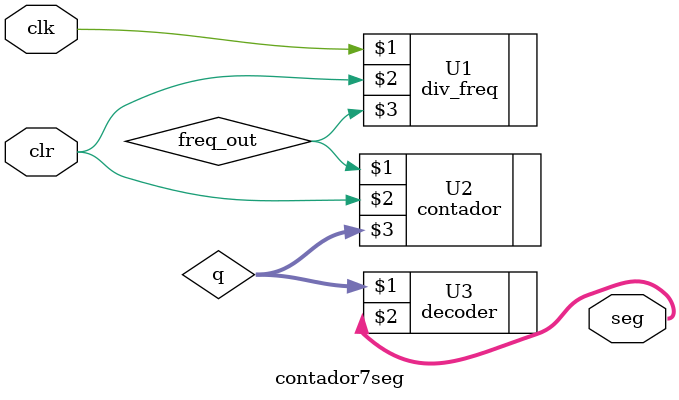
<source format=v>
module contador7seg (clk, clr, seg);

input clk, clr;

output [6:0] seg;
wire [2:0] q;

wire freq_out;

div_freq U1(clk, clr, freq_out);

contador U2(freq_out, clr, q);

decoder U3 (q, seg);

endmodule

</source>
